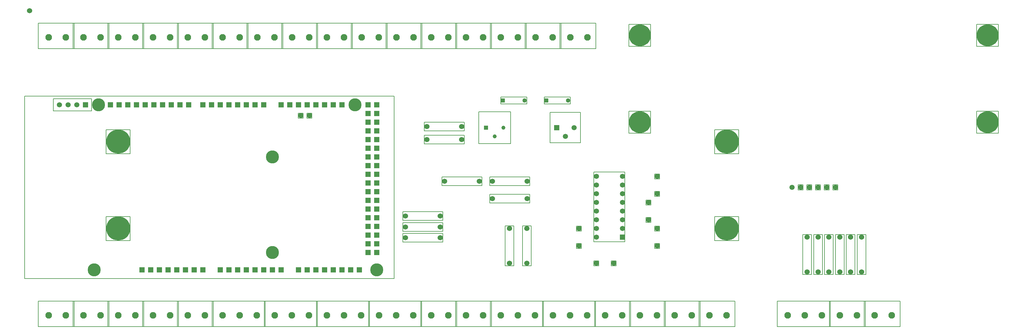
<source format=gbr>
G04 DipTrace 3.3.1.3*
G04 TopAssy.gbr*
%MOIN*%
G04 #@! TF.FileFunction,Drawing,Top*
G04 #@! TF.Part,Single*
%ADD15C,0.06*%
%ADD16C,0.006563*%
G04 #@! TA.AperFunction,ComponentPad*
%ADD17C,0.076772*%
%ADD18R,0.059055X0.059055*%
%ADD19C,0.15*%
%ADD20R,0.05X0.05*%
%ADD21C,0.05*%
%ADD22C,0.06*%
%ADD23C,0.059055*%
%ADD24C,0.275591*%
%ADD25C,0.251969*%
%ADD26C,0.045996*%
%ADD27R,0.046X0.046*%
%FSLAX26Y26*%
G04*
G70*
G90*
G75*
G01*
G04 TopAssy*
%LPD*%
X2908342Y4033334D2*
D16*
Y3738058D1*
X2494956D1*
Y4033334D1*
X2908342D1*
D17*
X2613066Y3867980D3*
X2809917D3*
X3308342Y4033334D2*
D16*
Y3738058D1*
X2894956D1*
Y4033334D1*
X3308342D1*
D17*
X3013066Y3867980D3*
X3209917D3*
X3708342Y4033334D2*
D16*
Y3738058D1*
X3294956D1*
Y4033334D1*
X3708342D1*
D17*
X3413066Y3867980D3*
X3609917D3*
X6508342Y4033334D2*
D16*
Y3738058D1*
X6094956D1*
Y4033334D1*
X6508342D1*
D17*
X6213066Y3867980D3*
X6409917D3*
X908346Y833334D2*
D16*
Y538058D1*
X494960D1*
Y833334D1*
X908346D1*
D17*
X613070Y667980D3*
X809920D3*
X6908342Y4033334D2*
D16*
Y3738058D1*
X6494956D1*
Y4033334D1*
X6908342D1*
D17*
X6613066Y3867980D3*
X6809917D3*
X4908342Y4033334D2*
D16*
Y3738058D1*
X4494956D1*
Y4033334D1*
X4908342D1*
D17*
X4613066Y3867980D3*
X4809917D3*
X4588066Y3192980D2*
D16*
Y1092980D1*
X338066D1*
Y3192980D1*
X4588066D1*
D18*
X4388066Y1392980D3*
Y1492980D3*
Y1592980D3*
Y1692980D3*
Y1792980D3*
Y1892980D3*
Y1992980D3*
Y2092980D3*
Y2192980D3*
Y2292980D3*
Y2392980D3*
Y2492980D3*
Y2592980D3*
Y2692980D3*
Y2792980D3*
Y2892980D3*
Y2992980D3*
X4288066Y3092980D3*
Y1392980D3*
Y1492980D3*
Y1592980D3*
Y1692980D3*
Y1792980D3*
Y1892980D3*
Y1992980D3*
Y2092980D3*
Y2192980D3*
Y2292980D3*
Y2392980D3*
Y2492980D3*
Y2592980D3*
Y2692980D3*
Y2792980D3*
Y2892980D3*
Y2992980D3*
X4388066Y3092980D3*
X2188066Y1192980D3*
X1988066D3*
X1888066D3*
X1788066D3*
X1688066D3*
X3088066D3*
X2988066D3*
X2888066D3*
X2788066D3*
X2688066D3*
X2588066D3*
X2226066Y3092980D3*
X2126066D3*
X2026066D3*
X1926066D3*
X1826066D3*
X1726066D3*
X1626066D3*
X1525066D3*
X1426066D3*
X1326066D3*
X3088066D3*
X2988066D3*
X2888066D3*
X2788066D3*
X2688066D3*
X2588066D3*
X2488066D3*
X2388066D3*
X3288066D3*
X3388066D3*
X3488066D3*
X3588066D3*
X3688066D3*
X3788066D3*
X3888066D3*
X3988066D3*
X3188066Y1192980D3*
X3288066D3*
X3488066D3*
X3588066D3*
X3688066D3*
X3788066D3*
X3888066D3*
X3988066D3*
X4088066D3*
X4188066D3*
X2088066D3*
X2388066D3*
X2288066D3*
D19*
X1138066D3*
X1188066Y3092980D3*
X3188066Y1392980D3*
Y2492980D3*
X4388066Y1192980D3*
X4138066Y3092980D3*
X1308346Y4033334D2*
D16*
Y3738058D1*
X894960D1*
Y4033334D1*
X1308346D1*
D17*
X1013070Y3867980D3*
X1209920D3*
X6113066Y3182980D2*
D16*
Y3102980D1*
X5813066D1*
Y3182980D1*
X6113066D1*
D20*
X5838066Y3142980D3*
D21*
X6088066D3*
X9605192Y833334D2*
D16*
Y538058D1*
X8994956D1*
Y833334D1*
X9605192D1*
D17*
X9113066Y667980D3*
X9309917D3*
X9506767D3*
X5308342Y4033334D2*
D16*
Y3738058D1*
X4894956D1*
Y4033334D1*
X5308342D1*
D17*
X5013066Y3867980D3*
X5209917D3*
X5708342Y4033334D2*
D16*
Y3738058D1*
X5294956D1*
Y4033334D1*
X5708342D1*
D17*
X5413066Y3867980D3*
X5609917D3*
X6108342Y4033334D2*
D16*
Y3738058D1*
X5694956D1*
Y4033334D1*
X6108342D1*
D17*
X5813066Y3867980D3*
X6009917D3*
X1308346Y833334D2*
D16*
Y538058D1*
X894960D1*
Y833334D1*
X1308346D1*
D17*
X1013070Y667980D3*
X1209920D3*
X1708346Y833334D2*
D16*
Y538058D1*
X1294960D1*
Y833334D1*
X1708346D1*
D17*
X1413070Y667980D3*
X1609920D3*
X5599318Y2261728D2*
D16*
Y2161728D1*
X5139318D1*
Y2261728D1*
X5599318D1*
D22*
X5569318Y2211728D3*
X5169318D3*
X1708346Y4033334D2*
D16*
Y3738058D1*
X1294960D1*
Y4033334D1*
X1708346D1*
D17*
X1413070Y3867980D3*
X1609920D3*
X5393066Y2892980D2*
D16*
Y2792980D1*
X4933066D1*
Y2892980D1*
X5393066D1*
D22*
X5363066Y2842980D3*
X4963066D3*
X6613066Y3182980D2*
D16*
Y3102980D1*
X6313066D1*
Y3182980D1*
X6613066D1*
D20*
X6338066Y3142980D3*
D21*
X6588066D3*
X7308342Y833334D2*
D16*
Y538058D1*
X6894956D1*
Y833334D1*
X7308342D1*
D17*
X7013066Y667980D3*
X7209917D3*
X6305192Y833334D2*
D16*
Y538058D1*
X5694956D1*
Y833334D1*
X6305192D1*
D17*
X5813066Y667980D3*
X6009917D3*
X6206767D3*
X6905192Y833334D2*
D16*
Y538058D1*
X6294956D1*
Y833334D1*
X6905192D1*
D17*
X6413066Y667980D3*
X6609917D3*
X6806767D3*
X7708342Y833334D2*
D16*
Y538058D1*
X7294956D1*
Y833334D1*
X7708342D1*
D17*
X7413066Y667980D3*
X7609917D3*
X8108342Y833334D2*
D16*
Y538058D1*
X7694956D1*
Y833334D1*
X8108342D1*
D17*
X7813066Y667980D3*
X8009917D3*
X8508342Y833334D2*
D16*
Y538058D1*
X8094956D1*
Y833334D1*
X8508342D1*
D17*
X8213066Y667980D3*
X8409917D3*
X3105192Y833334D2*
D16*
Y538058D1*
X2494956D1*
Y833334D1*
X3105192D1*
D17*
X2613066Y667980D3*
X2809917D3*
X3006767D3*
X6883539Y1516405D2*
D16*
Y2319554D1*
X7242594D1*
Y1516405D1*
X6883539D1*
D18*
X7213066Y1567980D3*
D23*
Y1667980D3*
Y1767980D3*
Y1867980D3*
Y1967980D3*
Y2067980D3*
Y2167980D3*
Y2267980D3*
X6913066D3*
Y2167980D3*
Y2067980D3*
Y1967980D3*
Y1867980D3*
Y1767980D3*
Y1667980D3*
Y1567980D3*
X9513066Y1137980D2*
D16*
X9413066D1*
Y1597980D1*
X9513066D1*
Y1137980D1*
D22*
X9463066Y1167980D3*
Y1567980D3*
X9388066Y1137980D2*
D16*
X9288066D1*
Y1597980D1*
X9388066D1*
Y1137980D1*
D22*
X9338066Y1167980D3*
Y1567980D3*
X9638066Y1137980D2*
D16*
X9538066D1*
Y1597980D1*
X9638066D1*
Y1137980D1*
D22*
X9588066Y1167980D3*
Y1567980D3*
X9763066Y1137980D2*
D16*
X9663066D1*
Y1597980D1*
X9763066D1*
Y1137980D1*
D22*
X9713066Y1167980D3*
Y1567980D3*
X9888066Y1137980D2*
D16*
X9788066D1*
Y1597980D1*
X9888066D1*
Y1137980D1*
D22*
X9838066Y1167980D3*
Y1567980D3*
X10013066Y1137980D2*
D16*
X9913066D1*
Y1597980D1*
X10013066D1*
Y1137980D1*
D22*
X9963066Y1167980D3*
Y1567980D3*
X4933066Y2642980D2*
D16*
Y2742980D1*
X5393066D1*
Y2642980D1*
X4933066D1*
D22*
X4963066Y2692980D3*
X5363066D3*
X4688712Y1761397D2*
D16*
Y1861397D1*
X5148712D1*
Y1761397D1*
X4688712D1*
D22*
X4718712Y1811397D3*
X5118712D3*
X4688712Y1636397D2*
D16*
Y1736397D1*
X5148712D1*
Y1636397D1*
X4688712D1*
D22*
X4718712Y1686397D3*
X5118712D3*
X4688712Y1511397D2*
D16*
Y1611397D1*
X5148712D1*
Y1511397D1*
X4688712D1*
D22*
X4718712Y1561397D3*
X5118712D3*
X1550865Y2805775D2*
D16*
Y2530184D1*
X1275275D1*
Y2805775D1*
X1550865D1*
D24*
X1413070Y2667980D3*
X1550865Y1805775D2*
D16*
Y1530184D1*
X1275275D1*
Y1805775D1*
X1550865D1*
D24*
X1413070Y1667980D3*
X6731818Y3005480D2*
D16*
Y2655480D1*
X6381818D1*
Y3005480D1*
X6731818D1*
D18*
X6456818Y2830480D3*
D23*
X6556818Y2730480D3*
X6656818Y2830480D3*
X7642594Y1497507D2*
D16*
Y1438452D1*
X7583539D1*
Y1497507D1*
X7642594D1*
D23*
X7613066Y1467980D3*
X7642594Y1697507D2*
D16*
Y1638452D1*
X7583539D1*
Y1697507D1*
X7642594D1*
D23*
X7613066Y1667980D3*
X7542594Y1997507D2*
D16*
Y1938452D1*
X7483539D1*
Y1997507D1*
X7542594D1*
D23*
X7513066Y1967980D3*
X7542594Y1797507D2*
D16*
Y1738452D1*
X7483539D1*
Y1797507D1*
X7542594D1*
D23*
X7513066Y1767980D3*
X7642594Y2097507D2*
D16*
Y2038452D1*
X7583539D1*
Y2097507D1*
X7642594D1*
D23*
X7613066Y2067980D3*
X7642594Y2297507D2*
D16*
Y2238452D1*
X7583539D1*
Y2297507D1*
X7642594D1*
D23*
X7613066Y2267980D3*
X6742594Y1497507D2*
D16*
Y1438452D1*
X6683539D1*
Y1497507D1*
X6742594D1*
D23*
X6713066Y1467980D3*
X6742594Y1697507D2*
D16*
Y1638452D1*
X6683539D1*
Y1697507D1*
X6742594D1*
D23*
X6713066Y1667980D3*
X6942594Y1297507D2*
D16*
Y1238452D1*
X6883539D1*
Y1297507D1*
X6942594D1*
D23*
X6913066Y1267980D3*
X7142594Y1297507D2*
D16*
Y1238452D1*
X7083539D1*
Y1297507D1*
X7142594D1*
D23*
X7113066Y1267980D3*
X3542594Y2997507D2*
D16*
Y2938452D1*
X3483539D1*
Y2997507D1*
X3542594D1*
D23*
X3513066Y2967980D3*
X3642594Y2997507D2*
D16*
Y2938452D1*
X3583539D1*
Y2997507D1*
X3642594D1*
D23*
X3613066Y2967980D3*
X5963066Y1237980D2*
D16*
X5863066D1*
Y1697980D1*
X5963066D1*
Y1237980D1*
D22*
X5913066Y1267980D3*
Y1667980D3*
X6163066Y1237980D2*
D16*
X6063066D1*
Y1697980D1*
X6163066D1*
Y1237980D1*
D22*
X6113066Y1267980D3*
Y1667980D3*
X9633539Y2113452D2*
D16*
Y2172507D1*
X9692594D1*
Y2113452D1*
X9633539D1*
D23*
X9663066Y2142980D3*
X9163066D3*
X11287086Y2766995D2*
D16*
Y3018964D1*
X11539054D1*
Y2766995D1*
X11287086D1*
D25*
X11413070Y2892980D3*
X11287086Y3766995D2*
D16*
Y4018964D1*
X11539054D1*
Y3766995D1*
X11287086D1*
D25*
X11413070Y3892980D3*
X7287082Y3766995D2*
D16*
Y4018964D1*
X7539050D1*
Y3766995D1*
X7287082D1*
D25*
X7413066Y3892980D3*
X7287082Y2766995D2*
D16*
Y3018964D1*
X7539050D1*
Y2766995D1*
X7287082D1*
D25*
X7413066Y2892980D3*
X9533539Y2113452D2*
D16*
Y2172507D1*
X9592594D1*
Y2113452D1*
X9533539D1*
D23*
X9563066Y2142980D3*
X9433539Y2113452D2*
D16*
Y2172507D1*
X9492594D1*
Y2113452D1*
X9433539D1*
D23*
X9463066Y2142980D3*
X9333539Y2113452D2*
D16*
Y2172507D1*
X9392594D1*
Y2113452D1*
X9333539D1*
D23*
X9363066Y2142980D3*
X9233539Y2113452D2*
D16*
Y2172507D1*
X9292594D1*
Y2113452D1*
X9233539D1*
D23*
X9263066Y2142980D3*
X8550861Y2805775D2*
D16*
Y2530184D1*
X8275271D1*
Y2805775D1*
X8550861D1*
D24*
X8413066Y2667980D3*
X8550861Y1805775D2*
D16*
Y1530184D1*
X8275271D1*
Y1805775D1*
X8550861D1*
D24*
X8413066Y1667980D3*
X908346Y4033334D2*
D16*
Y3738058D1*
X494960D1*
Y4033334D1*
X908346D1*
D17*
X613070Y3867980D3*
X809920D3*
X2108346Y4033334D2*
D16*
Y3738058D1*
X1694960D1*
Y4033334D1*
X2108346D1*
D17*
X1813070Y3867980D3*
X2009920D3*
X2508342Y4033334D2*
D16*
Y3738058D1*
X2094956D1*
Y4033334D1*
X2508342D1*
D17*
X2213066Y3867980D3*
X2409917D3*
X4108342Y4033334D2*
D16*
Y3738058D1*
X3694956D1*
Y4033334D1*
X4108342D1*
D17*
X3813066Y3867980D3*
X4009917D3*
X4508342Y4033334D2*
D16*
Y3738058D1*
X4094956D1*
Y4033334D1*
X4508342D1*
D17*
X4213066Y3867980D3*
X4409917D3*
X10008342Y833334D2*
D16*
Y538058D1*
X9594956D1*
Y833334D1*
X10008342D1*
D17*
X9713066Y667980D3*
X9909917D3*
X10408346Y833334D2*
D16*
Y538058D1*
X9994960D1*
Y833334D1*
X10408346D1*
D17*
X10113070Y667980D3*
X10309920D3*
X3705192Y833334D2*
D16*
Y538058D1*
X3094956D1*
Y833334D1*
X3705192D1*
D17*
X3213066Y667980D3*
X3409917D3*
X3606767D3*
X4305192Y833334D2*
D16*
Y538058D1*
X3694956D1*
Y833334D1*
X4305192D1*
D17*
X3813066Y667980D3*
X4009917D3*
X4206767D3*
X4905192Y833334D2*
D16*
Y538058D1*
X4294956D1*
Y833334D1*
X4905192D1*
D17*
X4413066Y667980D3*
X4609917D3*
X4806767D3*
X5308342Y833334D2*
D16*
Y538058D1*
X4894956D1*
Y833334D1*
X5308342D1*
D17*
X5013066Y667980D3*
X5209917D3*
X5708342Y833334D2*
D16*
Y538058D1*
X5294956D1*
Y833334D1*
X5708342D1*
D17*
X5413066Y667980D3*
X5609917D3*
X5928322Y3014483D2*
D16*
Y2646476D1*
X5560314D1*
Y3014483D1*
X5928322D1*
D26*
X5844318Y2830480D3*
D27*
X5644318D3*
D26*
X5744318Y2730480D3*
X1107755Y3024082D2*
D16*
X668779D1*
Y3161877D1*
X1107755D1*
Y3024082D1*
D18*
X1038857Y3092980D3*
D23*
X938857D3*
X838857D3*
X738857D3*
X2108346Y833334D2*
D16*
Y538058D1*
X1694960D1*
Y833334D1*
X2108346D1*
D17*
X1813070Y667980D3*
X2009920D3*
X2508342Y833334D2*
D16*
Y538058D1*
X2094956D1*
Y833334D1*
X2508342D1*
D17*
X2213066Y667980D3*
X2409917D3*
X5688712Y2161397D2*
D16*
Y2261397D1*
X6148712D1*
Y2161397D1*
X5688712D1*
D22*
X5718712Y2211397D3*
X6118712D3*
X5688712Y1961397D2*
D16*
Y2061397D1*
X6148712D1*
Y1961397D1*
X5688712D1*
D22*
X5718712Y2011397D3*
X6118712D3*
X393700Y4177688D2*
D15*
D3*
M02*

</source>
